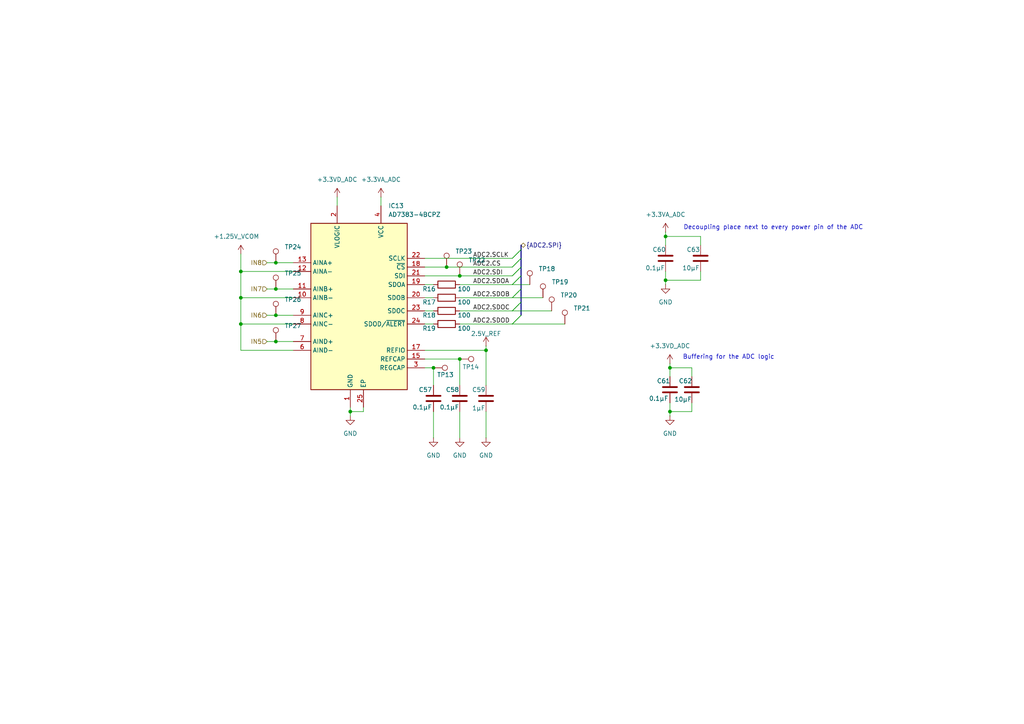
<source format=kicad_sch>
(kicad_sch (version 20250114) (generator "eeschema") (generator_version "9.0")
  (paper "A4")
  (lib_symbols
    (symbol "AD7383-4BCPZ_1"
      (property "Reference" "IC3" (at 25.0033 25.4 0))
      (property "Value" "AD7383-4BCPZ" (at 25.0033 22.86 0))
      (symbol "AD7383-4BCPZ_1_1_1"
        (rectangle (start 2.54 20.32) (end 30.48 -27.94) (stroke (width 0.254)) (fill (type background)))
        (pin passive line (at -2.54 8.89 0) (length 5.08) (name "AINA+") (number "13"))
        (pin passive line (at -2.54 6.35 0) (length 5.08) (name "AINA-") (number "12"))
        (pin passive line (at -2.54 1.27 0) (length 5.08) (name "AINB+") (number "11"))
        (pin passive line (at -2.54 -1.27 0) (length 5.08) (name "AINB-") (number "10"))
        (pin passive line (at -2.54 -6.35 0) (length 5.08) (name "AINC+") (number "9"))
        (pin passive line (at -2.54 -8.89 0) (length 5.08) (name "AINC-") (number "8"))
        (pin passive line (at -2.54 -13.97 0) (length 5.08) (name "AIND+") (number "7"))
        (pin passive line (at -2.54 -16.51 0) (length 5.08) (name "AIND-") (number "6"))
        (pin passive line (at 10.16 25.4 270) (length 5.08) (name "VLOGIC") (number "2"))
        (pin passive line (at 13.97 -33.02 90) (length 5.08) (name "GND") (number "1"))
        (pin passive line (at 13.97 -33.02 90) (length 5.08) (hide yes) (name "GND_3") (number "14"))
        (pin passive line (at 13.97 -33.02 90) (length 5.08) (hide yes) (name "GND_4") (number "16"))
        (pin passive line (at 13.97 -34.29 90) (length 5.08) (hide yes) (name "GND_2") (number "5"))
        (pin passive line (at 17.78 -33.02 90) (length 5.08) (name "EP") (number "25"))
        (pin passive line (at 22.86 25.4 270) (length 5.08) (name "VCC") (number "4"))
        (pin passive line (at 35.56 10.16 180) (length 5.08) (name "SCLK") (number "22"))
        (pin passive line (at 35.56 7.62 180) (length 5.08) (name "~{CS}") (number "18"))
        (pin passive line (at 35.56 5.08 180) (length 5.08) (name "SDI") (number "21"))
        (pin passive line (at 35.56 2.54 180) (length 5.08) (name "SDOA") (number "19"))
        (pin passive line (at 35.56 -1.27 180) (length 5.08) (name "SDOB") (number "20"))
        (pin passive line (at 35.56 -5.08 180) (length 5.08) (name "SDOC") (number "23"))
        (pin passive line (at 35.56 -8.89 180) (length 5.08) (name "SDOD/~{ALERT}") (number "24"))
        (pin passive line (at 35.56 -16.51 180) (length 5.08) (name "REFIO") (number "17"))
        (pin passive line (at 35.56 -19.05 180) (length 5.08) (name "REFCAP") (number "15"))
        (pin passive line (at 35.56 -21.59 180) (length 5.08) (name "REGCAP") (number "3"))
      )
    )
    (symbol "Connector:TestPoint" (pin_numbers (hide yes)) (pin_names (offset 0.762) (hide yes))
      (property "Reference" "TP" (at 0 6.858 0))
      (property "Value" "TestPoint" (at 0 5.08 0))
      (symbol "TestPoint_0_1"
        (circle (center 0 3.302) (radius 0.762))
      )
      (symbol "TestPoint_1_1"
        (pin passive line (at 0 0 90) (length 2.54) (name "1") (number "1"))
      )
    )
    (symbol "Device:C" (pin_numbers (hide yes)) (pin_names (offset 0.254))
      (property "Reference" "C" (at 0.635 2.54 0))
      (property "Value" "C" (at 0.635 -2.54 0))
      (symbol "C_0_1"
        (polyline (pts (xy -2.032 0.762) (xy 2.032 0.762)) (stroke (width 0.508)))
        (polyline (pts (xy -2.032 -0.762) (xy 2.032 -0.762)) (stroke (width 0.508)))
      )
      (symbol "C_1_1"
        (pin passive line (at 0 3.81 270) (length 2.794) (name "~") (number "1"))
        (pin passive line (at 0 -3.81 90) (length 2.794) (name "~") (number "2"))
      )
    )
    (symbol "Device:R" (pin_numbers (hide yes)) (pin_names (offset 0))
      (property "Reference" "R" (at 2.032 0 90))
      (property "Value" "R" (at 0 0 90))
      (symbol "R_0_1"
        (rectangle (start -1.016 -2.54) (end 1.016 2.54) (stroke (width 0.254)))
      )
      (symbol "R_1_1"
        (pin passive line (at 0 3.81 270) (length 1.27) (name "~") (number "1"))
        (pin passive line (at 0 -3.81 90) (length 1.27) (name "~") (number "2"))
      )
    )
    (symbol "power:+3.3V" (power) (pin_numbers (hide yes)) (pin_names (offset 0) (hide yes))
      (property "Value" "+3.3V" (at 0 3.556 0))
      (symbol "+3.3V_0_1"
        (polyline (pts (xy -0.762 1.27) (xy 0 2.54)))
        (polyline (pts (xy 0 2.54) (xy 0.762 1.27)))
        (polyline (pts (xy 0 0) (xy 0 2.54)))
      )
      (symbol "+3.3V_1_1"
        (pin power_in line (at 0 0 90) (length 0) (name "~") (number "1"))
      )
    )
    (symbol "power:GND" (power) (pin_numbers (hide yes)) (pin_names (offset 0) (hide yes))
      (property "Value" "GND" (at 0 -3.81 0))
      (symbol "GND_0_1"
        (polyline (pts (xy 0 0) (xy 0 -1.27) (xy 1.27 -1.27) (xy 0 -2.54) (xy -1.27 -1.27) (xy 0 -1.27)))
      )
      (symbol "GND_1_1"
        (pin power_in line (at 0 0 270) (length 0) (name "~") (number "1"))
      )
    )
  )
  (bus_alias "ADC2.SPI" (members "ADC2.SCLK" "ADC2.CS" "ADC2.SDI" "ADC2.SDOA" "ADC2.SDOB" "ADC2.SDOC" "ADC2.SDOD"))
  (text "Buffering for the ADC logic" (at 211.328 103.632 0) (effects (font (size 1.27 1.27))))
  (text "Decoupling place next to every power pin of the ADC " (at 224.79 66.04 0) (effects (font (size 1.27 1.27))))
  (junction (at 69.85 93.98))
  (junction (at 193.04 68.58))
  (junction (at 194.31 119.38))
  (junction (at 133.35 80.01))
  (junction (at 69.85 86.36))
  (junction (at 133.35 104.14))
  (junction (at 129.54 77.47))
  (junction (at 194.31 106.68))
  (junction (at 80.01 91.44))
  (junction (at 193.04 81.28))
  (junction (at 69.85 78.74))
  (junction (at 125.73 106.68))
  (junction (at 140.97 101.6))
  (junction (at 80.01 83.82))
  (junction (at 80.01 99.06))
  (junction (at 101.6 119.38))
  (junction (at 80.01 76.2))
  (bus_entry (at 151.13 77.47) (size -2.54 2.54))
  (bus_entry (at 151.13 91.44) (size -2.54 2.54))
  (bus_entry (at 151.13 80.01) (size -2.54 2.54))
  (bus_entry (at 151.13 87.63) (size -2.54 2.54))
  (bus_entry (at 151.13 77.47) (size -2.54 2.54))
  (bus_entry (at 151.13 83.82) (size -2.54 2.54))
  (bus_entry (at 151.13 74.93) (size -2.54 2.54))
  (bus_entry (at 151.13 91.44) (size -2.54 2.54))
  (bus_entry (at 151.13 83.82) (size -2.54 2.54))
  (bus_entry (at 151.13 74.93) (size -2.54 2.54))
  (bus_entry (at 151.13 72.39) (size -2.54 2.54))
  (bus_entry (at 151.13 80.01) (size -2.54 2.54))
  (bus_entry (at 151.13 87.63) (size -2.54 2.54))
  (bus_entry (at 151.13 72.39) (size -2.54 2.54))
  (wire (pts (xy 80.01 83.82) (xy 85.09 83.82)))
  (wire (pts (xy 123.19 93.98) (xy 125.73 93.98)))
  (wire (pts (xy 123.19 77.47) (xy 129.54 77.47)))
  (wire (pts (xy 193.04 81.28) (xy 193.04 82.55)))
  (wire (pts (xy 203.2 71.12) (xy 203.2 68.58)))
  (wire (pts (xy 123.19 101.6) (xy 140.97 101.6)))
  (bus (pts (xy 151.13 74.93) (xy 151.13 77.47)))
  (wire (pts (xy 193.04 68.58) (xy 193.04 71.12)))
  (wire (pts (xy 77.47 99.06) (xy 80.01 99.06)))
  (wire (pts (xy 193.04 68.58) (xy 203.2 68.58)))
  (bus (pts (xy 151.13 77.47) (xy 151.13 80.01)))
  (bus (pts (xy 151.13 72.39) (xy 151.13 74.93)))
  (wire (pts (xy 105.41 118.11) (xy 105.41 119.38)))
  (wire (pts (xy 123.19 106.68) (xy 125.73 106.68)))
  (wire (pts (xy 69.85 93.98) (xy 85.09 93.98)))
  (wire (pts (xy 133.35 82.55) (xy 148.59 82.55)))
  (wire (pts (xy 148.59 82.55) (xy 153.67 82.55)))
  (wire (pts (xy 194.31 119.38) (xy 200.66 119.38)))
  (wire (pts (xy 200.66 106.68) (xy 200.66 109.22)))
  (wire (pts (xy 80.01 91.44) (xy 85.09 91.44)))
  (wire (pts (xy 133.35 80.01) (xy 148.59 80.01)))
  (wire (pts (xy 97.79 57.15) (xy 97.79 59.69)))
  (wire (pts (xy 133.35 119.38) (xy 133.35 127)))
  (wire (pts (xy 80.01 76.2) (xy 77.47 76.2)))
  (wire (pts (xy 133.35 90.17) (xy 148.59 90.17)))
  (wire (pts (xy 148.59 93.98) (xy 163.83 93.98)))
  (wire (pts (xy 194.31 119.38) (xy 194.31 120.65)))
  (wire (pts (xy 69.85 93.98) (xy 69.85 86.36)))
  (bus (pts (xy 151.13 71.12) (xy 151.13 72.39)))
  (wire (pts (xy 200.66 119.38) (xy 200.66 116.84)))
  (wire (pts (xy 129.54 77.47) (xy 148.59 77.47)))
  (wire (pts (xy 69.85 101.6) (xy 85.09 101.6)))
  (bus (pts (xy 151.13 80.01) (xy 151.13 83.82)))
  (wire (pts (xy 133.35 86.36) (xy 148.59 86.36)))
  (wire (pts (xy 123.19 104.14) (xy 133.35 104.14)))
  (wire (pts (xy 193.04 81.28) (xy 203.2 81.28)))
  (wire (pts (xy 80.01 99.06) (xy 85.09 99.06)))
  (bus (pts (xy 151.13 83.82) (xy 151.13 87.63)))
  (wire (pts (xy 69.85 86.36) (xy 69.85 78.74)))
  (wire (pts (xy 193.04 67.31) (xy 193.04 68.58)))
  (wire (pts (xy 77.47 83.82) (xy 80.01 83.82)))
  (wire (pts (xy 140.97 119.38) (xy 140.97 127)))
  (wire (pts (xy 101.6 119.38) (xy 101.6 120.65)))
  (wire (pts (xy 69.85 78.74) (xy 85.09 78.74)))
  (wire (pts (xy 140.97 101.6) (xy 140.97 111.76)))
  (wire (pts (xy 69.85 101.6) (xy 69.85 93.98)))
  (wire (pts (xy 133.35 104.14) (xy 133.35 111.76)))
  (wire (pts (xy 125.73 106.68) (xy 125.73 111.76)))
  (wire (pts (xy 193.04 78.74) (xy 193.04 81.28)))
  (wire (pts (xy 105.41 119.38) (xy 101.6 119.38)))
  (wire (pts (xy 194.31 106.68) (xy 200.66 106.68)))
  (wire (pts (xy 123.19 90.17) (xy 125.73 90.17)))
  (wire (pts (xy 194.31 105.41) (xy 194.31 106.68)))
  (wire (pts (xy 125.73 119.38) (xy 125.73 127)))
  (bus (pts (xy 151.13 87.63) (xy 151.13 91.44)))
  (wire (pts (xy 101.6 118.11) (xy 101.6 119.38)))
  (wire (pts (xy 133.35 93.98) (xy 148.59 93.98)))
  (wire (pts (xy 69.85 78.74) (xy 69.85 73.66)))
  (wire (pts (xy 194.31 116.84) (xy 194.31 119.38)))
  (wire (pts (xy 110.49 57.15) (xy 110.49 59.69)))
  (wire (pts (xy 69.85 86.36) (xy 85.09 86.36)))
  (wire (pts (xy 123.19 86.36) (xy 125.73 86.36)))
  (wire (pts (xy 123.19 82.55) (xy 125.73 82.55)))
  (wire (pts (xy 148.59 90.17) (xy 160.02 90.17)))
  (wire (pts (xy 77.47 91.44) (xy 80.01 91.44)))
  (wire (pts (xy 123.19 80.01) (xy 133.35 80.01)))
  (wire (pts (xy 203.2 78.74) (xy 203.2 81.28)))
  (wire (pts (xy 85.09 76.2) (xy 80.01 76.2)))
  (wire (pts (xy 148.59 86.36) (xy 157.48 86.36)))
  (wire (pts (xy 194.31 106.68) (xy 194.31 109.22)))
  (wire (pts (xy 140.97 100.33) (xy 140.97 101.6)))
  (wire (pts (xy 123.19 74.93) (xy 148.59 74.93)))
  (label "ADC2.SDOD" (at 137.16 93.98 0))
  (label "ADC2.SDOA" (at 137.16 82.55 0))
  (label "ADC2.SDOB" (at 137.16 86.36 0))
  (label "ADC2.SCLK" (at 137.16 74.93 0))
  (label "ADC2.CS" (at 137.16 77.47 0))
  (label "ADC2.SDOC" (at 137.16 90.17 0))
  (label "ADC2.SDI" (at 137.16 80.01 0))
  (hierarchical_label "IN6" (shape input) (at 77.47 91.44 180))
  (hierarchical_label "IN8" (shape input) (at 77.47 76.2 180))
  (hierarchical_label "IN5" (shape input) (at 77.47 99.06 180))
  (hierarchical_label "{ADC2.SPI}" (shape bidirectional) (at 151.13 71.12 0))
  (hierarchical_label "IN7" (shape input) (at 77.47 83.82 180))
  (symbol (lib_id "power:GND") (at 133.35 127 0) (unit 1)
    (property "Reference" "#PWR0101" (effects (hide yes)))
    (property "Value" "GND" (at 133.35 132.08 0))
    (property "Description" "Power symbol creates a global label with name \"GND\" , ground" (effects (hide yes)))
  )
  (symbol (lib_id "power:GND") (at 101.6 120.65 0) (unit 1)
    (property "Reference" "#PWR098" (effects (hide yes)))
    (property "Value" "GND" (at 101.6 125.73 0))
    (property "Description" "Power symbol creates a global label with name \"GND\" , ground" (effects (hide yes)))
  )
  (symbol (lib_id "Connector:TestPoint") (at 160.02 90.17 0) (unit 1)
    (property "Reference" "TP20" (at 162.56 85.5979 0) (effects (justify left)))
    (property "Value" "TestPoint" (effects (hide yes)))
    (property "Footprint" "TestPoint:TestPoint_Keystone_5000-5004_Miniature" (effects (hide yes)))
    (property "Description" "test point" (effects (hide yes)))
  )
  (symbol (lib_id "Device:C") (at 194.31 113.03 0) (unit 1)
    (property "Reference" "C61" (at 190.5 110.49 0) (effects (justify left)))
    (property "Value" "0.1µF" (at 188.214 115.57 0) (effects (justify left)))
    (property "Footprint" "Capacitor_SMD:C_0402_1005Metric" (effects (hide yes)))
    (property "Description" "Unpolarized capacitor" (effects (hide yes)))
  )
  (symbol (lib_id "power:+3.3V") (at 69.85 73.66 0) (unit 1)
    (property "Reference" "#PWR096" (effects (hide yes)))
    (property "Value" "+1.25V_VCOM" (at 68.58 68.58 0))
    (property "Description" "Power symbol creates a global label with name \"+3.3V\"" (effects (hide yes)))
  )
  (symbol (lib_id "Device:C") (at 125.73 115.57 0) (unit 1)
    (property "Reference" "C57" (at 121.412 113.03 0) (effects (justify left)))
    (property "Value" "0.1µF" (at 119.634 118.11 0) (effects (justify left)))
    (property "Footprint" "Capacitor_SMD:C_0402_1005Metric" (effects (hide yes)))
    (property "Description" "Unpolarized capacitor" (effects (hide yes)))
  )
  (symbol (lib_id "Connector:TestPoint") (at 163.83 93.98 0) (unit 1)
    (property "Reference" "TP21" (at 166.37 89.4079 0) (effects (justify left)))
    (property "Value" "TestPoint" (effects (hide yes)))
    (property "Footprint" "TestPoint:TestPoint_Keystone_5000-5004_Miniature" (effects (hide yes)))
    (property "Description" "test point" (effects (hide yes)))
  )
  (symbol (lib_id "power:+3.3V") (at 140.97 100.33 0) (unit 1)
    (property "Reference" "#PWR0102" (effects (hide yes)))
    (property "Value" "2.5V_REF" (at 140.97 96.774 0))
    (property "Description" "Power symbol creates a global label with name \"+3.3V\"" (effects (hide yes)))
  )
  (symbol (lib_id "Connector:TestPoint") (at 80.01 99.06 0) (unit 1)
    (property "Reference" "TP27" (at 82.55 94.4879 0) (effects (justify left)))
    (property "Value" "TestPoint" (effects (hide yes)))
    (property "Footprint" "TestPoint:TestPoint_Keystone_5000-5004_Miniature" (effects (hide yes)))
    (property "Description" "test point" (effects (hide yes)))
  )
  (symbol (lib_id "power:GND") (at 140.97 127 0) (unit 1)
    (property "Reference" "#PWR0103" (effects (hide yes)))
    (property "Value" "GND" (at 140.97 132.08 0))
    (property "Description" "Power symbol creates a global label with name \"GND\" , ground" (effects (hide yes)))
  )
  (symbol (lib_id "Connector:TestPoint") (at 80.01 91.44 0) (unit 1)
    (property "Reference" "TP26" (at 82.55 86.8679 0) (effects (justify left)))
    (property "Value" "TestPoint" (effects (hide yes)))
    (property "Footprint" "TestPoint:TestPoint_Keystone_5000-5004_Miniature" (effects (hide yes)))
    (property "Description" "test point" (effects (hide yes)))
  )
  (symbol (lib_id "Device:R") (at 129.54 86.36 90) (unit 1)
    (property "Reference" "R17" (at 124.46 87.63 90))
    (property "Value" "100" (at 134.62 87.63 90))
    (property "Footprint" "Resistor_SMD:R_0603_1608Metric" (effects (hide yes)))
    (property "Description" "Resistor" (effects (hide yes)))
  )
  (symbol (lib_id "Device:C") (at 200.66 113.03 0) (unit 1)
    (property "Reference" "C62" (at 196.85 110.49 0) (effects (justify left)))
    (property "Value" "10µF" (at 195.58 115.824 0) (effects (justify left)))
    (property "Footprint" "Capacitor_SMD:C_0603_1608Metric" (effects (hide yes)))
    (property "Description" "Unpolarized capacitor" (effects (hide yes)))
  )
  (symbol (lib_id "Device:C") (at 193.04 74.93 0) (unit 1)
    (property "Reference" "C60" (at 189.23 72.39 0) (effects (justify left)))
    (property "Value" "0.1µF" (at 187.198 77.724 0) (effects (justify left)))
    (property "Footprint" "Capacitor_SMD:C_0402_1005Metric" (effects (hide yes)))
    (property "Description" "Unpolarized capacitor" (effects (hide yes)))
  )
  (symbol (lib_id "Device:R") (at 129.54 90.17 90) (unit 1)
    (property "Reference" "R18" (at 124.46 91.44 90))
    (property "Value" "100" (at 134.62 91.44 90))
    (property "Footprint" "Resistor_SMD:R_0603_1608Metric" (effects (hide yes)))
    (property "Description" "Resistor" (effects (hide yes)))
  )
  (symbol (lib_id "Device:C") (at 203.2 74.93 0) (unit 1)
    (property "Reference" "C63" (at 199.136 72.39 0) (effects (justify left)))
    (property "Value" "10µF" (at 197.866 77.724 0) (effects (justify left)))
    (property "Footprint" "Capacitor_SMD:C_0603_1608Metric" (effects (hide yes)))
    (property "Description" "Unpolarized capacitor" (effects (hide yes)))
  )
  (symbol (lib_id "power:GND") (at 194.31 120.65 0) (unit 1)
    (property "Reference" "#PWR0107" (effects (hide yes)))
    (property "Value" "GND" (at 194.31 125.73 0))
    (property "Description" "Power symbol creates a global label with name \"GND\" , ground" (effects (hide yes)))
  )
  (symbol (lib_name "AD7383-4BCPZ_1") (lib_id "SamacSys_Parts:AD7383-4BCPZ") (at 87.63 85.09 0) (unit 1)
    (property "Reference" "IC13" (at 112.6333 59.69 0) (effects (justify left)))
    (property "Value" "AD7383-4BCPZ" (at 112.6333 62.23 0) (effects (justify left)))
    (property "Footprint" "SamacSys_Parts:QFN50P400X400X60-25N-D" (effects (hide yes)))
    (property "Datasheet" "https://www.analog.com/media/en/technical-documentation/data-sheets/ad7383-4-ad7384-4.pdf" (effects (hide yes)))
    (property "Height" "0.6" (effects (hide yes)))
    (property "Manufacturer_Name" "Analog Devices" (effects (hide yes)))
    (property "Manufacturer_Part_Number" "AD7383-4BCPZ" (effects (hide yes)))
    (property "Mouser Part Number" "584-AD7383-4BCPZ" (effects (hide yes)))
    (property "Mouser Price/Stock" "https://www.mouser.co.uk/ProductDetail/Analog-Devices/AD7383-4BCPZ?qs=ulEaXIWI0c%252BXVIfh9KuC9g%3D%3D" (effects (hide yes)))
  )
  (symbol (lib_id "Connector:TestPoint") (at 157.48 86.36 0) (unit 1)
    (property "Reference" "TP19" (at 160.02 81.7879 0) (effects (justify left)))
    (property "Value" "TestPoint" (effects (hide yes)))
    (property "Footprint" "TestPoint:TestPoint_Keystone_5000-5004_Miniature" (effects (hide yes)))
    (property "Description" "test point" (effects (hide yes)))
  )
  (symbol (lib_id "Device:R") (at 129.54 82.55 90) (unit 1)
    (property "Reference" "R16" (at 124.46 83.82 90))
    (property "Value" "100" (at 134.62 83.82 90))
    (property "Footprint" "Resistor_SMD:R_0603_1608Metric" (effects (hide yes)))
    (property "Description" "Resistor" (effects (hide yes)))
  )
  (symbol (lib_id "Connector:TestPoint") (at 80.01 83.82 0) (unit 1)
    (property "Reference" "TP25" (at 82.55 79.2479 0) (effects (justify left)))
    (property "Value" "TestPoint" (effects (hide yes)))
    (property "Footprint" "TestPoint:TestPoint_Keystone_5000-5004_Miniature" (effects (hide yes)))
    (property "Description" "test point" (effects (hide yes)))
  )
  (symbol (lib_id "Connector:TestPoint") (at 125.73 106.68 270) (unit 1)
    (property "Reference" "TP13" (at 126.746 108.712 90) (effects (justify left)))
    (property "Value" "TestPoint" (effects (hide yes)))
    (property "Footprint" "TestPoint:TestPoint_Keystone_5000-5004_Miniature" (effects (hide yes)))
    (property "Description" "test point" (effects (hide yes)))
  )
  (symbol (lib_id "Connector:TestPoint") (at 133.35 80.01 0) (unit 1)
    (property "Reference" "TP22" (at 135.89 75.4379 0) (effects (justify left)))
    (property "Value" "TestPoint" (effects (hide yes)))
    (property "Footprint" "TestPoint:TestPoint_Keystone_5000-5004_Miniature" (effects (hide yes)))
    (property "Description" "test point" (effects (hide yes)))
  )
  (symbol (lib_id "power:+3.3V") (at 194.31 105.41 0) (unit 1)
    (property "Reference" "#PWR0106" (effects (hide yes)))
    (property "Value" "+3.3VD_ADC" (at 194.31 100.33 0))
    (property "Description" "Power symbol creates a global label with name \"+3.3V\"" (effects (hide yes)))
  )
  (symbol (lib_id "Connector:TestPoint") (at 80.01 76.2 0) (unit 1)
    (property "Reference" "TP24" (at 82.55 71.6279 0) (effects (justify left)))
    (property "Value" "TestPoint" (effects (hide yes)))
    (property "Footprint" "TestPoint:TestPoint_Keystone_5000-5004_Miniature" (effects (hide yes)))
    (property "Description" "test point" (effects (hide yes)))
  )
  (symbol (lib_id "power:+3.3V") (at 110.49 57.15 0) (unit 1)
    (property "Reference" "#PWR099" (effects (hide yes)))
    (property "Value" "+3.3VA_ADC" (at 110.49 52.07 0))
    (property "Description" "Power symbol creates a global label with name \"+3.3V\"" (effects (hide yes)))
  )
  (symbol (lib_id "power:GND") (at 125.73 127 0) (unit 1)
    (property "Reference" "#PWR0100" (effects (hide yes)))
    (property "Value" "GND" (at 125.73 132.08 0))
    (property "Description" "Power symbol creates a global label with name \"GND\" , ground" (effects (hide yes)))
  )
  (symbol (lib_id "Connector:TestPoint") (at 129.54 77.47 0) (unit 1)
    (property "Reference" "TP23" (at 132.08 72.8979 0) (effects (justify left)))
    (property "Value" "TestPoint" (effects (hide yes)))
    (property "Footprint" "TestPoint:TestPoint_Keystone_5000-5004_Miniature" (effects (hide yes)))
    (property "Description" "test point" (effects (hide yes)))
  )
  (symbol (lib_id "Device:C") (at 140.97 115.57 0) (unit 1)
    (property "Reference" "C59" (at 136.906 113.03 0) (effects (justify left)))
    (property "Value" "1µF" (at 136.906 118.364 0) (effects (justify left)))
    (property "Footprint" "Capacitor_SMD:C_0603_1608Metric" (effects (hide yes)))
    (property "Description" "Unpolarized capacitor" (effects (hide yes)))
  )
  (symbol (lib_id "Device:C") (at 133.35 115.57 0) (unit 1)
    (property "Reference" "C58" (at 129.286 113.03 0) (effects (justify left)))
    (property "Value" "0.1µF" (at 127.508 118.11 0) (effects (justify left)))
    (property "Footprint" "Capacitor_SMD:C_0402_1005Metric" (effects (hide yes)))
    (property "Description" "Unpolarized capacitor" (effects (hide yes)))
  )
  (symbol (lib_id "power:GND") (at 193.04 82.55 0) (unit 1)
    (property "Reference" "#PWR0105" (effects (hide yes)))
    (property "Value" "GND" (at 193.04 87.63 0))
    (property "Description" "Power symbol creates a global label with name \"GND\" , ground" (effects (hide yes)))
  )
  (symbol (lib_id "power:+3.3V") (at 193.04 67.31 0) (unit 1)
    (property "Reference" "#PWR0104" (effects (hide yes)))
    (property "Value" "+3.3VA_ADC" (at 193.04 62.23 0))
    (property "Description" "Power symbol creates a global label with name \"+3.3V\"" (effects (hide yes)))
  )
  (symbol (lib_id "Connector:TestPoint") (at 153.67 82.55 0) (unit 1)
    (property "Reference" "TP18" (at 156.21 77.9779 0) (effects (justify left)))
    (property "Value" "TestPoint" (effects (hide yes)))
    (property "Footprint" "TestPoint:TestPoint_Keystone_5000-5004_Miniature" (effects (hide yes)))
    (property "Description" "test point" (effects (hide yes)))
  )
  (symbol (lib_id "Connector:TestPoint") (at 133.35 104.14 270) (unit 1)
    (property "Reference" "TP14" (at 134.112 106.426 90) (effects (justify left)))
    (property "Value" "TestPoint" (effects (hide yes)))
    (property "Footprint" "TestPoint:TestPoint_Keystone_5000-5004_Miniature" (effects (hide yes)))
    (property "Description" "test point" (effects (hide yes)))
  )
  (symbol (lib_id "Device:R") (at 129.54 93.98 90) (unit 1)
    (property "Reference" "R19" (at 124.46 95.25 90))
    (property "Value" "100" (at 134.62 95.25 90))
    (property "Footprint" "Resistor_SMD:R_0603_1608Metric" (effects (hide yes)))
    (property "Description" "Resistor" (effects (hide yes)))
  )
  (symbol (lib_id "power:+3.3V") (at 97.79 57.15 0) (unit 1)
    (property "Reference" "#PWR097" (effects (hide yes)))
    (property "Value" "+3.3VD_ADC" (at 97.79 52.07 0))
    (property "Description" "Power symbol creates a global label with name \"+3.3V\"" (effects (hide yes)))
  )
)
</source>
